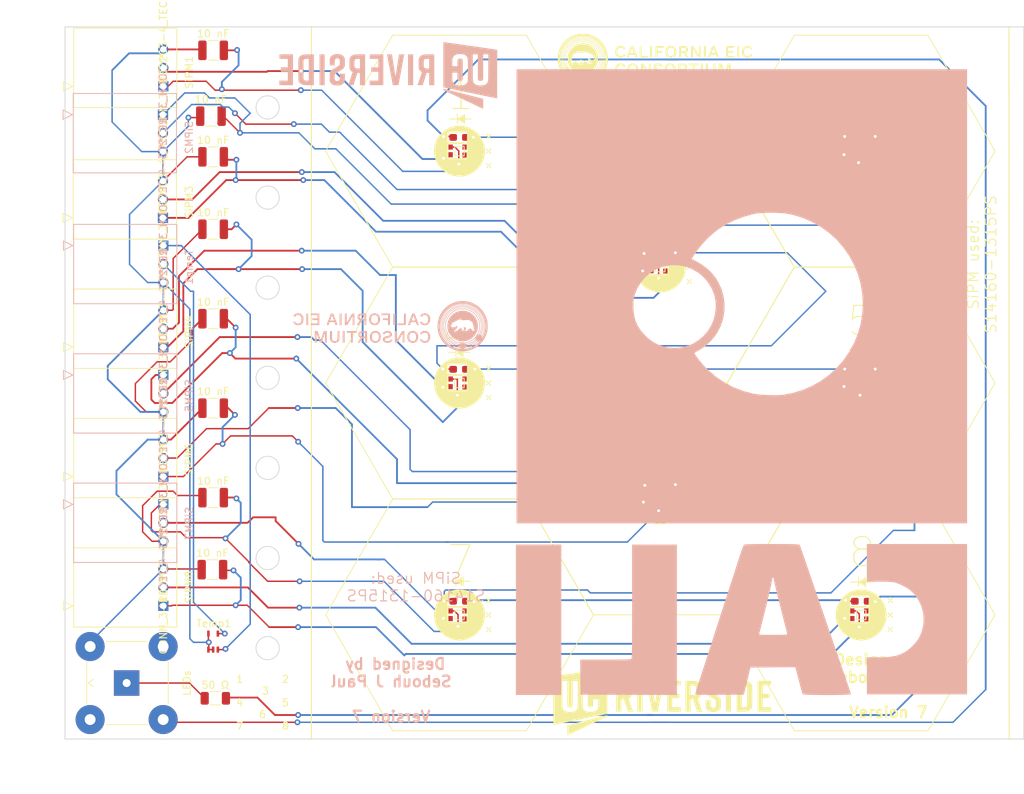
<source format=kicad_pcb>
(kicad_pcb (version 20211014) (generator pcbnew)
  (layers (0 "F.Cu" signal) (31 "B.Cu" signal) (34 "B.Paste" user) (35 "F.Paste" user) (36 "B.SilkS" user "B.Silkscreen") (37 "F.SilkS" user "F.Silkscreen") (38 "B.Mask" user) (39 "F.Mask" user) (44 "Edge.Cuts" user))
  (net 0 "")
  (footprint "Symbol:diode_direction" (layer "F.Cu") (at 127.6 93.5)
    (fp_text reference "REF**" hide)
    (fp_text value "diode_direction" hide)
  )
  (footprint "Capacitor_SMD:C_1210_3225Metric" (layer "F.Cu") (at 66 107.6)
    (fp_text reference "10 nF")
    (fp_text value "C_1210_3225Metric")
  )
  (footprint "Sensor:LM94021QBIMG-NOPB" (layer "F.Cu") (at 66.1 117.5)
    (fp_text reference "Temp1")
    (fp_text value "LM94021QBIMG-NOPB")
  )
  (footprint "Symbol:diode_direction" (layer "F.Cu") (at 99.9 77.7)
    (fp_text reference "REF**" hide)
    (fp_text value "diode_direction" hide)
  )
  (footprint "SiPM:S14160-1315PS_dimple_silkscreen" (layer "F.Cu") (at 100 50.01)
    (fp_text reference "REF**" hide)
    (fp_text value "S14160-3015PS")
  )
  (footprint "Resistor_SMD:R_1206_3216Metric" (layer "F.Cu") (at 66.4 125.3)
    (fp_text reference "50 Ω")
    (fp_text value "R_1206_3216Metric")
  )
  (footprint "Capacitor_SMD:C_1210_3225Metric" (layer "F.Cu") (at 65.8 45.2)
    (fp_text reference "10 nF")
    (fp_text value "C_1210_3225Metric")
  )
  (footprint "Symbol:diode_direction" (layer "F.Cu") (at 155.1 45.6)
    (fp_text reference "REF**" hide)
    (fp_text value "diode_direction" hide)
  )
  (footprint "Capacitor_SMD:C_1210_3225Metric" (layer "F.Cu") (at 66.1 36.145716)
    (fp_text reference "10 nF")
    (fp_text value "C_1210_3225Metric")
  )
  (footprint "LED_SMD:LED_0603_1608Metric_Pad1.05x0.95mm_HandSolder" (layer "F.Cu") (at 155.27 48.125)
    (fp_text reference "REF**" hide)
    (fp_text value "LED_0603_1608Metric_Pad1.05x0.95mm_HandSolder")
  )
  (footprint "AMPMODU:3-102203-4" (layer "F.Cu") (at 59.2 59.2 90)
    (fp_text reference "REF**")
    (fp_text value "CONN_3-102203-4_TEC")
  )
  (footprint "Symbol:diode_direction" (layer "F.Cu") (at 155.1 77.3)
    (fp_text reference "REF**" hide)
    (fp_text value "diode_direction" hide)
  )
  (footprint "SiPM:S14160-1315PS_dimple_silkscreen" (layer "F.Cu") (at 155.27 113.83)
    (fp_text reference "REF**" hide)
    (fp_text value "S14160-3015PS")
  )
  (footprint "LED_SMD:LED_0603_1608Metric_Pad1.05x0.95mm_HandSolder" (layer "F.Cu") (at 100 80.035)
    (fp_text reference "REF**" hide)
    (fp_text value "LED_0603_1608Metric_Pad1.05x0.95mm_HandSolder")
  )
  (footprint "Symbol:diode_direction" (layer "F.Cu") (at 155.3 109.3)
    (fp_text reference "REF**" hide)
    (fp_text value "diode_direction" hide)
  )
  (footprint "Connector_Coaxial:BNC_TEConnectivity_1478035_Horizontal" (layer "F.Cu") (at 54.2 123.2 90)
    (fp_text reference "LEDs")
    (fp_text value "BNC_TEConnectivity_1478035_Horizontal")
  )
  (footprint "SiPM:S14160-1315PS_dimple_silkscreen" (layer "F.Cu") (at 100 81.92)
    (fp_text reference "REF**" hide)
    (fp_text value "S14160-3015PS")
  )
  (footprint "Capacitor_SMD:C_1210_3225Metric" (layer "F.Cu") (at 66.1 73.072857)
    (fp_text reference "10 nF")
    (fp_text value "C_1210_3225Metric")
  )
  (footprint "Symbol:diode_direction" (layer "F.Cu") (at 100.1 45.6)
    (fp_text reference "REF**" hide)
    (fp_text value "diode_direction" hide)
  )
  (footprint "AMPMODU:3-102203-4" (layer "F.Cu") (at 59.2501 41.1 90)
    (fp_text reference "REF**")
    (fp_text value "CONN_3-102203-4_TEC")
  )
  (footprint "AMPMODU:3-102203-4" (layer "F.Cu") (at 59.2501 76.9875 90)
    (fp_text reference "REF**")
    (fp_text value "CONN_3-102203-4_TEC")
  )
  (footprint "LED_SMD:LED_0603_1608Metric_Pad1.05x0.95mm_HandSolder" (layer "F.Cu") (at 155.27 111.945)
    (fp_text reference "REF**" hide)
    (fp_text value "LED_0603_1608Metric_Pad1.05x0.95mm_HandSolder")
  )
  (footprint "LED_SMD:LED_0603_1608Metric_Pad1.05x0.95mm_HandSolder" (layer "F.Cu") (at 155.27 80.035)
    (fp_text reference "REF**" hide)
    (fp_text value "LED_0603_1608Metric_Pad1.05x0.95mm_HandSolder")
  )
  (footprint "SiPM:S14160-1315PS_dimple_silkscreen" (layer "F.Cu") (at 127.63 97.87)
    (fp_text reference "REF**" hide)
    (fp_text value "S14160-3015PS")
  )
  (footprint "Capacitor_SMD:C_1210_3225Metric" (layer "F.Cu") (at 66.1 60.76381)
    (fp_text reference "10 nF")
    (fp_text value "C_1210_3225Metric")
  )
  (footprint "Capacitor_SMD:C_1210_3225Metric" (layer "F.Cu") (at 66.1 50.8)
    (fp_text reference "10 nF")
    (fp_text value "C_1210_3225Metric")
  )
  (footprint "Symbol:diode_direction" (layer "F.Cu") (at 99.9 109.2)
    (fp_text reference "REF**" hide)
    (fp_text value "diode_direction" hide)
  )
  (footprint "SiPM:S14160-1315PS_dimple_silkscreen" (layer "F.Cu") (at 100 113.83)
    (fp_text reference "REF**" hide)
    (fp_text value "S14160-3015PS")
  )
  (footprint "SiPM:S14160-1315PS_dimple_silkscreen" (layer "F.Cu") (at 155.27 81.92)
    (fp_text reference "REF**" hide)
    (fp_text value "S14160-3015PS")
  )
  (footprint "SiPM:S14160-1315PS_dimple_silkscreen" (layer "F.Cu") (at 155.27 50.01)
    (fp_text reference "REF**" hide)
    (fp_text value "S14160-3015PS")
  )
  (footprint "LED_SMD:LED_0603_1608Metric_Pad1.05x0.95mm_HandSolder" (layer "F.Cu") (at 100 111.945)
    (fp_text reference "REF**" hide)
    (fp_text value "LED_0603_1608Metric_Pad1.05x0.95mm_HandSolder")
  )
  (footprint "LED_SMD:LED_0603_1608Metric_Pad1.05x0.95mm_HandSolder" (layer "F.Cu") (at 100 48.125)
    (fp_text reference "REF**" hide)
    (fp_text value "LED_0603_1608Metric_Pad1.05x0.95mm_HandSolder")
  )
  (footprint "Capacitor_SMD:C_1210_3225Metric" (layer "F.Cu") (at 66.1 85.381904)
    (fp_text reference "10 nF")
    (fp_text value "C_1210_3225Metric")
  )
  (footprint "AMPMODU:3-102203-4" (layer "F.Cu") (at 59.2501 94.7875 90)
    (fp_text reference "REF**")
    (fp_text value "CONN_3-102203-4_TEC")
  )
  (footprint "LED_SMD:LED_0603_1608Metric_Pad1.05x0.95mm_HandSolder" (layer "F.Cu") (at 127.63 95.985)
    (fp_text reference "REF**" hide)
    (fp_text value "LED_0603_1608Metric_Pad1.05x0.95mm_HandSolder")
  )
  (footprint "Symbol:consortium_logo_3cm" (layer "F.Cu") (at 126.578841 37.226467)
    (fp_text reference "G***" hide)
    (fp_text value "LOGO" hide)
  )
  (footprint "AMPMODU:3-102203-4" (layer "F.Cu") (at 59.2501 112.5875 90)
    (fp_text reference "REF**")
    (fp_text value "CONN_3-102203-4_TEC")
  )
  (footprint "Symbol:diode_direction" (layer "F.Cu") (at 127.4 61.6)
    (fp_text reference "REF**" hide)
    (fp_text value "diode_direction" hide)
  )
  (footprint "Capacitor_SMD:C_1210_3225Metric" (layer "F.Cu") (at 66.1 97.690951)
    (fp_text reference "10 nF")
    (fp_text value "C_1210_3225Metric")
  )
  (footprint "Symbol:UCR_Logo_3cm" (layer "F.Cu") (at 127.9 125.8)
    (fp_text reference "G***" hide)
    (fp_text value "LOGO" hide)
  )
  (footprint "SiPM:S14160-1315PS_dimple_silkscreen" (layer "F.Cu") (at 127.63 65.96)
    (fp_text reference "REF**" hide)
    (fp_text value "S14160-3015PS")
  )
  (footprint "LED_SMD:LED_0603_1608Metric_Pad1.05x0.95mm_HandSolder" (layer "F.Cu") (at 127.63 64.075)
    (fp_text reference "REF**" hide)
    (fp_text value "LED_0603_1608Metric_Pad1.05x0.95mm_HandSolder")
  )
  (footprint "AMPMODU:3-102203-4" (layer "B.Cu") (at 59.2501 80.8125 -90)
    (fp_text reference "REF**")
    (fp_text value "CONN_3-102203-4_TEC")
  )
  (footprint "AMPMODU:3-102203-4" (layer "B.Cu") (at 59.2 45 -90)
    (fp_text reference "REF**")
    (fp_text value "CONN_3-102203-4_TEC")
  )
  (footprint "AMPMODU:3-102203-4" (layer "B.Cu") (at 59.2501 98.6125 -90)
    (fp_text reference "REF**")
    (fp_text value "CONN_3-102203-4_TEC")
  )
  (footprint "AMPMODU:3-102203-4" (layer "B.Cu") (at 59.2501 63.0125 -90)
    (fp_text reference "REF**")
    (fp_text value "CONN_3-102203-4_TEC")
  )
  (footprint "Symbol:CALI_logo_7pt5cm" (layer "B.Cu") (at 138.515975 82.64706 180)
    (fp_text reference "G***" hide)
    (fp_text value "LOGO" hide)
  )
  (footprint "Symbol:consortium_logo_3cm" (layer "B.Cu") (at 90.821159 74.026467 180)
    (fp_text reference "G***" hide)
    (fp_text value "LOGO" hide)
  )
  (footprint "Symbol:UCR_Logo_3cm" (layer "B.Cu") (at 90.2 39.6 180)
    (fp_text reference "G***" hide)
    (fp_text value "LOGO" hide)
  )
  (gr_line (start 175.6 33) (end 175.64 130.8) (layer "F.SilkS") (width 0.15))
  (gr_line (start 79.63 32.92) (end 79.63 130.91) (layer "F.SilkS") (width 0.15))
  (gr_circle (center 73.6 56.4) (end 75.2 56.4) (layer "Edge.Cuts") (width 0.1) (fill none))
  (gr_circle (center 73.6 118.4) (end 75.2 118.4) (layer "Edge.Cuts") (width 0.1) (fill none))
  (gr_circle (center 73.6 106) (end 75.2 106) (layer "Edge.Cuts") (width 0.1) (fill none))
  (gr_rect (start 45.72 32.92) (end 177.64 130.91) (layer "Edge.Cuts") (width 0.1) (fill none))
  (gr_circle (center 73.6 68.8) (end 75.2 68.8) (layer "Edge.Cuts") (width 0.1) (fill none))
  (gr_circle (center 73.6 81.2) (end 75.2 81.2) (layer "Edge.Cuts") (width 0.1) (fill none))
  (gr_circle (center 73.6 93.6) (end 75.2 93.6) (layer "Edge.Cuts") (width 0.1) (fill none))
  (gr_circle (center 73.6 44) (end 75.2 44) (layer "Edge.Cuts") (width 0.1) (fill none))
  (gr_text "SiPM7" (at 62.8 101.221425 90) (layer "B.SilkS") (effects (font (size 1 1)) (justify mirror)))
  (gr_text "SiPM2\n" (at 62.8 48.121428 90) (layer "B.SilkS") (effects (font (size 1 1)) (justify mirror)))
  (gr_text "SiPM used:\nS14160-1315PS" (at 94 110) (layer "B.SilkS") (effects (font (size 1.5 1.5)) (justify mirror)))
  (gr_text "Designed by \nSebouh J Paul\n\nVersion 7" (at 90.6 124.2) (layer "B.SilkS") (effects (font (size 1.5 1.5) (thickness 0.3)) (justify mirror)))
  (gr_text "SiPM5" (at 62.8 83.664283 90) (layer "B.SilkS") (effects (font (size 1 1)) (justify mirror)))
  (gr_text "Temp1" (at 62.8 65.964284 90) (layer "B.SilkS") (effects (font (size 1 1)) (justify mirror)))
  (gr_text "SiPM6" (at 62.8 92.442854 90) (layer "F.SilkS") (effects (font (size 1 1))))
  (gr_text "SiPM used:\nS14160-1315PS" (at 171.9 65.6 90) (layer "F.SilkS") (effects (font (size 1.5 1.5))))
  (gr_text "4" (at 99.3 75.2) (layer "F.SilkS") (effects (font (size 4 4))))
  (gr_text "SiPM1" (at 62.8 39.2 90) (layer "F.SilkS") (effects (font (size 1 1))))
  (gr_text "1" (at 100.2 42.3) (layer "F.SilkS") (effects (font (size 4 4))))
  (gr_text "SiPM3" (at 62.8 57.042856 90) (layer "F.SilkS") (effects (font (size 1 1))))
  (gr_text "SiPM8" (at 62.8 110 90) (layer "F.SilkS") (effects (font (size 1 1))))
  (gr_text "7" (at 100.1 106.3) (layer "F.SilkS") (effects (font (size 4 4))))
  (gr_text "6" (at 128 90.4) (layer "F.SilkS") (effects (font (size 4 4))))
  (gr_text "2" (at 155.5 42.3) (layer "F.SilkS") (effects (font (size 4 4))))
  (gr_text "8" (at 155.4 105.2) (layer "F.SilkS") (effects (font (size 4 4))))
  (gr_text "SiPM4" (at 62.8 74.885712 90) (layer "F.SilkS") (effects (font (size 1 1))))
  (gr_text "Designed by \nSebouh J Paul\n\nVersion 7" (at 159 123.6) (layer "F.SilkS") (effects (font (size 1.5 1.5) (thickness 0.3))))
  (gr_text "3" (at 127.8 56.8) (layer "F.SilkS") (effects (font (size 4 4))))
  (gr_text "1       2\n    3   \n4       5\n    6    \n7       8" (at 72.9 125.9) (layer "F.SilkS") (effects (font (size 1 1))))
  (gr_text "5" (at 155.2 73.4) (layer "F.SilkS") (effects (font (size 4 4))))
  (segment (start 125.2 66.5) (end 126.3175 66.5) (width 0.25) (layer "F.Cu") (net 0))
  (segment (start 70.8 112.5) (end 73.8 115.5) (width 0.2) (layer "F.Cu") (net 0))
  (segment (start 60.4925 71.9075) (end 60.6 71.8) (width 0.2) (layer "F.Cu") (net 0))
  (segment (start 68.63619 60.76381) (end 67.575 60.76381) (width 0.25) (layer "F.Cu") (net 0))
  (segment (start 98.2375 51) (end 98.7275 50.51) (width 0.25) (layer "F.Cu") (net 0))
  (segment (start 97.7 82.5) (end 98.6475 82.5) (width 0.2) (layer "F.Cu") (net 0))
  (segment (start 70.877148 110.0475) (end 59.2501 110.0475) (width 0.25) (layer "F.Cu") (net 0))
  (segment (start 155 113.7) (end 155 115.5) (width 0.2) (layer "F.Cu") (net 0))
  (segment (start 157.075 48.125) (end 157.2 48) (width 0.2) (layer "F.Cu") (net 0))
  (segment (start 66.75 116.4) (end 67.7 116.4) (width 0.2) (layer "F.Cu") (net 0))
  (segment (start 62.0125 94.7875) (end 59.2501 94.7875) (width 0.2) (layer "F.Cu") (net 0))
  (segment (start 67.5 45.2) (end 67.275 45.2) (width 0.2) (layer "F.Cu") (net 0))
  (segment (start 57.6 84.2) (end 57.6 81.4) (width 0.25) (layer "F.Cu") (net 0))
  (segment (start 153.9675 114.3) (end 153.9975 114.33) (width 0.2) (layer "F.Cu") (net 0))
  (segment (start 77 89.2) (end 77.8 90) (width 0.2) (layer "F.Cu") (net 0))
  (segment (start 59.8125 76.9875) (end 59.2501 76.9875) (width 0.25) (layer "F.Cu") (net 0))
  (segment (start 57.6925 103.6925) (end 56.4 102.4) (width 0.2) (layer "F.Cu") (net 0))
  (segment (start 59.2501 41.1275) (end 59.8725 41.1275) (width 0.2) (layer "F.Cu") (net 0))
  (segment (start 154.58 113.28) (end 155 113.7) (width 0.2) (layer "F.Cu") (net 0))
  (segment (start 154.395 80.035) (end 153.035 80.035) (width 0.2) (layer "F.Cu") (net 0))
  (segment (start 102.065 80.035) (end 102.1 80) (width 0.2) (layer "F.Cu") (net 0))
  (segment (start 99.09 80) (end 99.125 80.035) (width 0.2) (layer "F.Cu") (net 0))
  (segment (start 68.4 77.8) (end 69.158932 78.558932) (width 0.25) (layer "F.Cu") (net 0))
  (segment (start 59.296884 103.2) (end 59.2701 103.173216) (width 0.2) (layer "F.Cu") (net 0))
  (segment (start 78.2 39) (end 73.6 39) (width 0.25) (layer "F.Cu") (net 0))
  (segment (start 64.499284 36.02) (end 64.625 36.145716) (width 0.25) (layer "F.Cu") (net 0))
  (segment (start 126.3575 97.32) (end 126.72 97.32) (width 0.2) (layer "F.Cu") (net 0))
  (segment (start 99.7 81.4) (end 99.7 83.6) (width 0.2) (layer "F.Cu") (net 0))
  (segment (start 66.75 118.6) (end 67.7 118.6) (width 0.2) (layer "F.Cu") (net 0))
  (segment (start 152.92 82.42) (end 152.9 82.4) (width 0.2) (layer "F.Cu") (net 0))
  (segment (start 69.3 60.1) (end 68.63619 60.76381) (width 0.25) (layer "F.Cu") (net 0))
  (segment (start 67.575 107.7) (end 67.475 107.6) (width 0.2) (layer "F.Cu") (net 0))
  (segment (start 59.2501 94.7875) (end 59.2501 95.4501) (width 0.2) (layer "F.Cu") (net 0))
  (segment (start 65.45 117.55) (end 65.5 117.6) (width 0.2) (layer "F.Cu") (net 0))
  (segment (start 56.4 98.8) (end 58.4 96.8) (width 0.2) (layer "F.Cu") (net 0))
  (segment (start 126.72 97.32) (end 127.5 98.1) (width 0.2) (layer "F.Cu") (net 0))
  (segment (start 60.3875 112.5875) (end 60.475 112.5) (width 0.2) (layer "F.Cu") (net 0))
  (segment (start 62.4 103.2) (end 61.6 102.4) (width 0.2) (layer "F.Cu") (net 0))
  (segment (start 70.8475 101.1525) (end 59.2501 101.1525) (width 0.25) (layer "F.Cu") (net 0))
  (segment (start 99.28 113.28) (end 99.8 113.8) (width 0.2) (layer "F.Cu") (net 0))
  (segment (start 67.975 51.2) (end 67.575 50.8) (width 0.25) (layer "F.Cu") (net 0))
  (segment (start 155.1 81.9) (end 155.1 83.6) (width 0.2) (layer "F.Cu") (net 0))
  (segment (start 153.9975 82.42) (end 152.92 82.42) (width 0.2) (layer "F.Cu") (net 0))
  (segment (start 65.45 118.6) (end 66.1 118.6) (width 0.2) (layer "F.Cu") (net 0))
  (segment (start 67.0026 75.6) (end 77.7 75.6) (width 0.25) (layer "F.Cu") (net 0))
  (segment (start 78.34821 66.25179) (end 65.45179 66.25179) (width 0.25) (layer "F.Cu") (net 0))
  (segment (start 125.3 98.3) (end 126.2875 98.3) (width 0.2) (layer "F.Cu") (net 0))
  (segment (start 67.972857 73.072857) (end 67.575 73.072857) (width 0.25) (layer "F.Cu") (net 0))
  (segment (start 97.8 51) (end 98.2375 51) (width 0.25) (layer "F.Cu") (net 0))
  (segment (start 67.4 90.3) (end 66.5 90.3) (width 0.2) (layer "F.Cu") (net 0))
  (segment (start 156.145 48.125) (end 157.075 48.125) (width 0.2) (layer "F.Cu") (net 0))
  (segment (start 97.9 111.9) (end 99.08 111.9) (width 0.2) (layer "F.Cu") (net 0))
  (segment (start 78.3 52.9) (end 67 52.9) (width 0.25) (layer "F.Cu") (net 0))
  (segment (start 156.2 112) (end 156.145 111.945) (width 0.25) (layer "F.Cu") (net 0))
  (segment (start 154.96 49.46) (end 155.1 49.6) (width 0.2) (layer "F.Cu") (net 0))
  (segment (start 59.2501 83.3525) (end 67.0026 75.6) (width 0.25) (layer "F.Cu") (net 0))
  (segment (start 57.6 102.2) (end 57.6 99.8) (width 0.2) (layer "F.Cu") (net 0))
  (segment (start 57.6 99.8) (end 58.7875 98.6125) (width 0.2) (layer "F.Cu") (net 0))
  (segment (start 59.8725 41.1275) (end 60.6 40.4) (width 0.2) (layer "F.Cu") (net 0))
  (segment (start 61.4 73.6) (end 60.5525 74.4475) (width 0.25) (layer "F.Cu") (net 0))
  (segment (start 99.67 81.37) (end 99.7 81.4) (width 0.2) (layer "F.Cu") (net 0))
  (segment (start 61.1525 92.2475) (end 65.2 88.2) (width 0.2) (layer "F.Cu") (net 0))
  (segment (start 153.9875 50.5) (end 153.9975 50.51) (width 0.2) (layer "F.Cu") (net 0))
  (segment (start 98.6475 82.5) (end 98.7275 82.42) (width 0.2) (layer "F.Cu") (net 0))
  (segment (start 157.2 112) (end 156.2 112) (width 0.25) (layer "F.Cu") (net 0))
  (segment (start 61.4 67.2) (end 61.4 73.6) (width 0.25) (layer "F.Cu") (net 0))
  (segment (start 57.6 81.4) (end 58.1875 80.8125) (width 0.25) (layer "F.Cu") (net 0))
  (segment (start 55.4 82) (end 55.4 84.4) (width 0.2) (layer "F.Cu") (net 0))
  (segment (start 73.6 39) (end 73.502494 39.097506) (width 0.25) (layer "F.Cu") (net 0))
  (segment (start 64.625 73.072857) (end 63.2 74.497857) (width 0.25) (layer "F.Cu") (net 0))
  (segment (start 67.8625 125.3) (end 67.9625 125.2) (width 0.25) (layer "F.Cu") (net 0))
  (segment (start 71.6 100.4) (end 70.8475 101.1525) (width 0.25) (layer "F.Cu") (net 0))
  (segment (start 70.919772 88.2) (end 73.759886 85.359886) (width 0.2) (layer "F.Cu") (net 0))
  (segment (start 61.6 102.4) (end 57.8 102.4) (width 0.2) (layer "F.Cu") (net 0))
  (segment (start 97.8 48) (end 99 48) (width 0.25) (layer "F.Cu") (net 0))
  (segment (start 127.29 65.41) (end 126.3575 65.41) (width 0.2) (layer "F.Cu") (net 0))
  (segment (start 60.6 71.8) (end 60.6 64.78881) (width 0.2) (layer "F.Cu") (net 0))
  (segment (start 69.158932 78.558932) (end 77.541068 78.558932) (width 0.25) (layer "F.Cu") (net 0))
  (segment (start 58.65 128.6) (end 77.7 128.6) (width 0.2) (layer "F.Cu") (net 0))
  (segment (start 77.740114 85.359886) (end 73.759886 85.359886) (width 0.25) (layer "F.Cu") (net 0))
  (segment (start 155.1 51.4) (end 154.9 51.6) (width 0.2) (layer "F.Cu") (net 0))
  (segment (start 59.2501 36.02) (end 64.499284 36.02) (width 0.25) (layer "F.Cu") (net 0))
  (segment (start 153.9975 81.37) (end 154.57 81.37) (width 0.2) (layer "F.Cu") (net 0))
  (segment (start 68.5 89.2) (end 77 89.2) (width 0.2) (layer "F.Cu") (net 0))
  (segment (start 62.7 45.4) (end 64.125 45.4) (width 0.2) (layer "F.Cu") (net 0))
  (segment (start 126.74 96) (end 126.755 95.985) (width 0.2) (layer "F.Cu") (net 0))
  (segment (start 65.14 40.4) (end 66.37 41.63) (width 0.2) (layer "F.Cu") (net 0))
  (segment (start 67 52.9) (end 63.24 56.66) (width 0.25) (layer "F.Cu") (net 0))
  (segment (start 61.2 97.4) (end 64.334049 97.4) (width 0.2) (layer "F.Cu") (net 0))
  (segment (start 152.9 50.5) (end 153.9875 50.5) (width 0.2) (layer "F.Cu") (net 0))
  (segment (start 60.2 79) (end 63.2 76) (width 0.2) (layer "F.Cu") (net 0))
  (segment (start 67.7 103.2) (end 62.4 103.2) (width 0.2) (layer "F.Cu") (net 0))
  (segment (start 63.94821 66.25179) (end 62 68.2) (width 0.25) (layer "F.Cu") (net 0))
  (segment (start 129.615 95.985) (end 129.7 95.9) (width 0.2) (layer "F.Cu") (net 0))
  (segment (start 67.8 103.3) (end 71 106.5) (width 0.2) (layer "F.Cu") (net 0))
  (segment (start 62.8375 123.2) (end 64.8375 125.2) (width 0.2) (layer "F.Cu") (net 0))
  (segment (start 67.575 36.145716) (end 69.354284 36.145716) (width 0.25) (layer "F.Cu") (net 0))
  (segment (start 60.6 40.4) (end 65.14 40.4) (width 0.2) (layer "F.Cu") (net 0))
  (segment (start 58.4 79) (end 55.4 82) (width 0.2) (layer "F.Cu") (net 0))
  (segment (start 67.7 118.6) (end 67.8 118.5) (width 0.2) (layer "F.Cu") (net 0))
  (segment (start 62.52 50.8) (end 64.625 50.8) (width 0.2) (layer "F.Cu") (net 0))
  (segment (start 59.2501 71.9075) (end 60.4925 71.9075) (width 0.2) (layer "F.Cu") (net 0))
  (segment (start 60.475 112.5) (end 70.8 112.5) (width 0.2) (layer "F.Cu") (net 0))
  (segment (start 65.2 88.2) (end 70.919772 88.2) (width 0.2) (layer "F.Cu") (net 0))
  (segment (start 67.8 103.3) (end 67.7 103.2) (width 0.2) (layer "F.Cu") (net 0))
  (segment (start 64.4325 107.5075) (end 64.525 107.6) (width 0.2) (layer "F.Cu") (net 0))
  (segment (start 78.28821 63.71179) (end 64.88821 63.71179) (width 0.25) (layer "F.Cu") (net 0))
  (segment (start 58.4 96.8) (end 60.6 96.8) (width 0.2) (layer "F.Cu") (net 0))
  (segment (start 68.181904 85.381904) (end 67.575 85.381904) (width 0.25) (layer "F.Cu") (net 0))
  (segment (start 99.9 51.8) (end 99.9 50) (width 0.2) (layer "F.Cu") (net 0))
  (segment (start 153 114.3) (end 153.9675 114.3) (width 0.2) (layer "F.Cu") (net 0))
  (segment (start 69.2 54) (end 67.9 54) (width 0.25) (layer "F.Cu") (net 0))
  (segment (start 67.4 90.3) (end 68.5 89.2) (width 0.2) (layer "F.Cu") (net 0))
  (segment (start 62 68.2) (end 62 74.8) (width 0.25) (layer "F.Cu") (net 0))
  (segment (start 126.73 64.1) (end 126.755 64.075) (width 0.2) (layer "F.Cu") (net 0))
  (segment (start 73.799648 115.51) (end 77.79 115.51) (width 0.25) (layer "F.Cu") (net 0))
  (segment (start 63.2 74.497857) (end 63.2 76) (width 0.25) (layer "F.Cu") (net 0))
  (segment (start 77.85 104.05) (end 74.7 100.9) (width 0.25) (layer "F.Cu") (net 0))
  (segment (start 97.83 114.33) (end 97.8 114.3) (width 0.2) (layer "F.Cu") (net 0))
  (segment (start 57.8 102.4) (end 57.6 102.2) (width 0.2) (layer "F.Cu") (net 0))
  (segment (start 99.08 111.9) (end 99.125 111.945) (width 0.2) (layer "F.Cu") (net 0))
  (segment (start 60.5525 74.4475) (end 59.2501 74.4475) (width 0.25) (layer "F.Cu") (net 0))
  (segment (start 153.245 111.945) (end 153.1 111.8) (width 0.2) (layer "F.Cu") (net 0))
  (segment (start 66.37 41.63) (end 78.17 41.63) (width 0.2) (layer "F.Cu") (net 0))
  (segment (start 56.4 102.4) (end 56.4 98.8) (width 0.2) (layer "F.Cu") (net 0))
  (segment (start 100.875 48.125) (end 101.875 48.125) (width 0.2) (layer "F.Cu") (net 0))
  (segment (start 59.2501 92.2475) (end 61.1525 92.2475) (width 0.2) (layer "F.Cu") (net 0))
  (segment (start 154.395 48.125) (end 153.125 48.125) (width 0.2) (layer "F.Cu") (net 0))
  (segment (start 69.3 51.2) (end 67.975 51.2) (width 0.25) (layer "F.Cu") (net 0))
  (segment (start 66.75 44) (end 67.5 44) (width 0.2) (layer "F.Cu") (net 0))
  (segment (start 67.9625 125.2) (end 72.2 125.2) (width 0.25) (layer "F.Cu") (net 0))
  (segment (start 156.145 80.035) (end 157.165 80.035) (width 0.2) (layer "F.Cu") (net 0))
  (segment (start 58.7875 98.6125) (end 59.2501 98.6125) (width 0.2) (layer "F.Cu") (net 0))
  (segment (start 98.7275 114.33) (end 97.83 114.33) (width 0.2) (layer "F.Cu") (net 0))
  (segment (start 64.88821 63.71179) (end 61.4 67.2) (width 0.25) (layer "F.Cu") (net 0))
  (segment (start 60.2 79) (end 58.4 79) (width 0.2) (layer "F.Cu") (net 0))
  (segment (start 72.2 125.2) (end 74.6 127.6) (width 0.25) (layer "F.Cu") (net 0))
  (segment (start 99.36 49.46) (end 98.7275 49.46) (width 0.2) (layer "F.Cu") (net 0))
  (segment (start 99.9 50) (end 99.36 49.46) (width 0.2) (layer "F.Cu") (net 0))
  (segment (start 70.6 46.3) (end 77.2 46.3) (width 0.2) (layer "F.Cu") (net 0))
  (segment (start 61.4075 107.5075) (end 64.4325 107.5075) (width 0.2) (layer "F.Cu") (net 0))
  (segment (start 67.3426 77.8) (end 60.4713 84.6713) (width 0.25) (layer "F.Cu") (net 0))
  (segment (start 69.1 86.3) (end 68.181904 85.381904) (width 0.25) (layer "F.Cu") (net 0))
  (segment (start 154.395 111.945) (end 153.245 111.945) (width 0.2) (layer "F.Cu") (net 0))
  (segment (start 64.334049 97.4) (end 64.722619 97.78857) (width 0.2) (layer "F.Cu") (net 0))
  (segment (start 77.969648 112.830352) (end 73.66 112.830352) (width 0.25) (layer "F.Cu") (net 0))
  (segment (start 65.5 117.6) (end 65.5 118.55) (width 0.2) (layer "F.Cu") (net 0))
  (segment (start 99.8 113.8) (end 99.8 115.4) (width 0.2) (layer "F.Cu") (net 0))
  (segment (start 63.24 56.66) (end 59.2 56.66) (width 0.25) (layer "F.Cu") (net 0))
  (segment (start 60.299404 89.7075) (end 64.570716 85.436188) (width 0.25) (layer "F.Cu") (net 0))
  (segment (start 153.125 48.125) (end 153 48) (width 0.2) (layer "F.Cu") (net 0))
  (segment (start 62 74.8) (end 59.8125 76.9875) (width 0.25) (layer "F.Cu") (net 0))
  (segment (start 126.3175 66.5) (end 126.3575 66.46) (width 0.25) (layer "F.Cu") (net 0))
  (segment (start 65.5 118.55) (end 65.45 118.6) (width 0.2) (layer "F.Cu") (net 0))
  (segment (start 67.592621 97.67333) (end 67.575 97.690951) (width 0.25) (layer "F.Cu") (net 0))
  (segment (start 56.8925 85.8925) (end 59.2501 85.8925) (width 0.2) (layer "F.Cu") (net 0))
  (segment (start 74.6 127.6) (end 77.8 127.6) (width 0.25) (layer "F.Cu") (net 0))
  (segment (start 69.2 74.3) (end 67.972857 73.072857) (width 0.25) (layer "F.Cu") (net 0))
  (segment (start 157.165 80.035) (end 157.2 80) (width 0.2) (layer "F.Cu") (net 0))
  (segment (start 125.4 64.1) (end 126.73 64.1) (width 0.2) (layer "F.Cu") (net 0))
  (segment (start 97.7 80) (end 99.09 80) (width 0.2) (layer "F.Cu") (net 0))
  (segment (start 101.945 111.945) (end 102 112) (width 0.2) (layer "F.Cu") (net 0))
  (segment (start 58.0713 84.6713) (end 57.6 84.2) (width 0.25) (layer "F.Cu") (net 0))
  (segment (start 69.6 66.25179) (end 63.94821 66.25179) (width 0.25) (layer "F.Cu") (net 0))
  (segment (start 69.354284 36.145716) (end 69.4 36.1) (width 0.25) (layer "F.Cu") (net 0))
  (segment (start 69.8 47.5) (end 67.5 45.2) (width 0.2) (layer "F.Cu") (net 0))
  (segment (start 128.505 95.985) (end 129.615 95.985) (width 0.2) (layer "F.Cu") (net 0))
  (segment (start 59.2501 112.5875) (end 60.3875 112.5875) (width 0.2) (layer "F.Cu") (net 0))
  (segment (start 153.9975 113.28) (end 154.58 113.28) (width 0.2) (layer "F.Cu") (net 0))
  (segment (start 128.505 64.075) (end 129.625 64.075) (width 0.2) (layer "F.Cu") (net 0))
  (segment (start 153.035 80.035) (end 153 80) (width 0.2) (layer "F.Cu") (net 0))
  (segment (start 100.875 111.945) (end 101.945 111.945) (width 0.2) (layer "F.Cu") (net 0))
  (segment (start 98.7275 81.37) (end 99.67 81.37) (width 0.2) (layer "F.Cu") (net 0))
  (segment (start 73.6 109.2) (end 78 109.2) (width 0.2) (layer "F.Cu") (net 0))
  (segment (start 155.1 49.6) (end 155.1 51.4) (width 0.2) (layer "F.Cu") (net 0))
  (segment (start 69.17333 97.67333) (end 67.592621 97.67333) (width 0.25) (layer "F.Cu") (net 0))
  (segment (start 74.7 100.9) (end 74.7 100.4) (width 0.25) (layer "F.Cu") (net 0))
  (segment (start 127.5 99.4) (end 127.4 99.5) (width 0.2) (layer "F.Cu") (net 0))
  (segment (start 99 48) (end 99.125 48.125) (width 0.25) (layer "F.Cu") (net 0))
  (segment (start 98.7275 113.28) (end 99.28 113.28) (width 0.2) (layer "F.Cu") (net 0))
  (segment (start 59.2 54.12) (end 62.52 50.8) (width 0.2) (layer "F.Cu") (net 0))
  (segment (start 64.125 45.4) (end 64.325 45.2) (width 0.2) (layer "F.Cu") (net 0))
  (segment (start 127.3 65.4) (end 127.29 65.41) (width 0.2) (layer "F.Cu") (net 0))
  (segment (start 60.6 64.78881) (end 64.625 60.76381) (width 0.2) (layer "F.Cu") (net 0))
  (segment (start 73.66 112.830352) (end 70.877148 110.0475) (width 0.25) (layer "F.Cu") (net 0))
  (segment (start 59.2501 103.6925) (end 57.6925 103.6925) (width 0.2) (layer "F.Cu") (net 0))
  (segment (start 74.7 100.4) (end 71.6 100.4) (width 0.25) (layer "F.Cu") (net 0))
  (segment (start 154.57 81.37) (end 155.1 81.9) (width 0.2) (layer "F.Cu") (net 0))
  (segment (start 127.5 98.1) (end 127.5 99.4) (width 0.2) (layer "F.Cu") (net 0))
  (segment (start 100.875 80.035) (end 102.065 80.035) (width 0.2) (layer "F.Cu") (net 0))
  (segment (start 129.625 64.075) (end 129.7 64) (width 0.2) (layer "F.Cu") (net 0))
  (segment (start 69.1 44.8) (end 70.6 46.3) (width 0.2) (layer "F.Cu") (net 0))
  (segment (start 66.75 46.2) (end 67.6 46.2) (width 0.2) (layer "F.Cu") (net 0))
  (segment (start 65.45 116.4) (end 65.45 117.55) (width 0.2) (layer "F.Cu") (net 0))
  (segment (start 126.2875 98.3) (end 126.3575 98.37) (width 0.2) (layer "F.Cu") (net 0))
  (segment (start 127.4 65.5) (end 127.3 65.4) (width 0.2) (layer "F.Cu") (net 0))
  (segment (start 62.7 59.2) (end 59.2 59.2) (width 0.25) (layer "F.Cu") (net 0))
  (segment (start 101.875 48.125) (end 101.9 48.1) (width 0.2) (layer "F.Cu") (net 0))
  (segment (start 59.2501 107.5075) (end 61.4075 107.5075) (width 0.2) (layer "F.Cu") (net 0))
  (segment (start 68.9 107.7) (end 67.575 107.7) (width 0.2) (layer "F.Cu") (net 0))
  (segment (start 69.2 54) (end 78.5 54) (width 0.25) (layer "F.Cu") (net 0))
  (segment (start 71 106.6) (end 73.6 109.2) (width 0.2) (layer "F.Cu") (net 0))
  (segment (start 59.2501 89.7075) (end 60.299404 89.7075) (width 0.25) (layer "F.Cu") (net 0))
  (segment (start 125.5 96) (end 126.74 96) (width 0.2) (layer "F.Cu") (net 0))
  (segment (start 68.4 77.8) (end 67.3426 77.8) (width 0.25) (layer "F.Cu") (net 0))
  (segment (start 127.4 67.5) (end 127.4 65.5) (width 0.2) (layer "F.Cu") (net 0))
  (segment (start 71 106.5) (end 71 106.6) (width 0.2) (layer "F.Cu") (net 0))
  (segment (start 67.9 54) (end 62.7 59.2) (width 0.25) (layer "F.Cu") (net 0))
  (segment (start 69.3 97.8) (end 69.17333 97.67333) (width 0.25) (layer "F.Cu") (net 0))
  (segment (start 58.1875 80.8125) (end 59.2501 80.8125) (width 0.25) (layer "F.Cu") (net 0))
  (segment (start 55.4 84.4) (end 56.8925 85.8925) (width 0.2) (layer "F.Cu") (net 0))
  (segment (start 153.9975 49.46) (end 154.96 49.46) (width 0.2) (layer "F.Cu") (net 0))
  (segment (start 66.5 90.3) (end 62.0125 94.7875) (width 0.2) (layer "F.Cu") (net 0))
  (segment (start 54.2 123.2) (end 62.8375 123.2) (width 0.2) (layer "F.Cu") (net 0))
  (segment (start 73.502494 39.097506) (end 59.2701 39.097506) (width 0.25) (layer "F.Cu") (net 0))
  (segment (start 60.6 96.8) (end 61.2 97.4) (width 0.2) (layer "F.Cu") (net 0))
  (segment (start 60.4713 84.6713) (end 58.0713 84.6713) (width 0.25) (layer "F.Cu") (net 0))
  (via (at 69.3 51.2) (size 0.8) (drill 0.4) (layers "F.Cu" "B.Cu") (net 0))
  (via (at 78.17 41.63) (size 0.8) (drill 0.4) (layers "F.Cu" "B.Cu") (net 0))
  (via (at 77.740114 85.359886) (size 0.8) (drill 0.4) (layers "F.Cu" "B.Cu") (net 0))
  (via (at 69.1 44.8) (size 0.8) (drill 0.4) (layers "F.Cu" "B.Cu") (net 0))
  (via (at 69.2 54) (size 0.8) (drill 0.4) (layers "F.Cu" "B.Cu") (net 0))
  (via (at 97.8 51) (size 0.8) (drill 0.4) (layers "F.Cu" "B.Cu") (net 0))
  (via (at 153.1 111.8) (size 0.8) (drill 0.4) (layers "F.Cu" "B.Cu") (net 0))
  (via (at 78.5 54) (size 0.8) (drill 0.4) (layers "F.Cu" "B.Cu") (net 0))
  (via (at 154.9 51.6) (size 0.8) (drill 0.4) (layers "F.Cu" "B.Cu") (net 0))
  (via (at 99.8 115.4) (size 0.8) (drill 0.4) (layers "F.Cu" "B.Cu") (net 0))
  (via (at 97.8 48) (size 0.8) (drill 0.4) (layers "F.Cu" "B.Cu") (net 0))
  (via (at 157.2 112) (size 0.8) (drill 0.4) (layers "F.Cu" "B.Cu") (net 0))
  (via (at 127.4 99.5) (size 0.8) (drill 0.4) (layers "F.Cu" "B.Cu") (net 0))
  (via (at 127.4 67.5) (size 0.8) (drill 0.4) (layers "F.Cu" "B.Cu") (net 0))
  (via (at 67.8 118.5) (size 0.8) (drill 0.4) (layers "F.Cu" "B.Cu") (net 0))
  (via (at 99.9 51.8) (size 0.8) (drill 0.4) (layers "F.Cu" "B.Cu") (net 0))
  (via (at 78.2 39) (size 0.8) (drill 0.4) (layers "F.Cu" "B.Cu") (net 0))
  (via (at 97.7 82.5) (size 0.8) (drill 0.4) (layers "F.Cu" "B.Cu") (net 0))
  (via (at 65.5 117.6) (size 0.8) (drill 0.4) (layers "F.Cu" "B.Cu") (net 0))
  (via (at 157.2 48) (size 0.8) (drill 0.4) (layers "F.Cu" "B.Cu") (net 0))
  (via (at 125.5 96) (size 0.8) (drill 0.4) (layers "F.Cu" "B.Cu") (net 0))
  (via (at 67.4 90.3) (size 0.8) (drill 0.4) (layers "F.Cu" "B.Cu") (net 0))
  (via (at 67.3 41.5) (size 0.8) (drill 0.4) (layers "F.Cu" "B.Cu") (net 0))
  (via (at 125.4 64.1) (size 0.8) (drill 0.4) (layers "F.Cu" "B.Cu") (net 0))
  (via (at 77.79 115.51) (size 0.8) (drill 0.4) (layers "F.Cu" "B.Cu") (net 0))
  (via (at 69.1 86.3) (size 0.8) (drill 0.4) (layers "F.Cu" "B.Cu") (net 0))
  (via (at 153 48) (size 0.8) (drill 0.4) (layers "F.Cu" "B.Cu") (net 0))
  (via (at 99.7 83.6) (size 0.8) (drill 0.4) (layers "F.Cu" "B.Cu") (net 0))
  (via (at 77.969648 112.830352) (size 0.8) (drill 0.4) (layers "F.Cu" "B.Cu") (net 0))
  (via (at 97.8 114.3) (size 0.8) (drill 0.4) (layers "F.Cu" "B.Cu") (net 0))
  (via (at 153 80) (size 0.8) (drill 0.4) (layers "F.Cu" "B.Cu") (net 0))
  (via (at 77.8 90) (size 0.8) (drill 0.4) (layers "F.Cu" "B.Cu") (net 0))
  (via (at 97.7 80) (size 0.8) (drill 0.4) (layers "F.Cu" "B.Cu") (net 0))
  (via (at 102 112) (size 0.8) (drill 0.4) (layers "F.Cu" "B.Cu") (net 0))
  (via (at 69.2 74.3) (size 0.8) (drill 0.4) (layers "F.Cu" "B.Cu") (net 0))
  (via (at 78.34821 66.25179) (size 0.8) (drill 0.4) (layers "F.Cu" "B.Cu") (net 0))
  (via (at 69.6 66.25179) (size 0.8) (drill 0.4) (layers "F.Cu" "B.Cu") (net 0))
  (via (at 77.7 75.6) (size 0.8) (drill 0.4) (layers "F.Cu" "B.Cu") (net 0))
  (via (at 77.2 46.3) (size 0.8) (drill 0.4) (layers "F.Cu" "B.Cu") (net 0))
  (via (at 97.9 111.9) (size 0.8) (drill 0.4) (layers "F.Cu" "B.Cu") (net 0))
  (via (at 129.7 95.9) (size 0.8) (drill 0.4) (layers "F.Cu" "B.Cu") (net 0))
  (via (at 78 109.2) (size 0.8) (drill 0.4) (layers "F.Cu" "B.Cu") (net 0))
  (via (at 67.7 116.4) (size 0.8) (drill 0.4) (layers "F.Cu" "B.Cu") (net 0))
  (via (at 69.4 36.1) (size 0.8) (drill 0.4) (layers "F.Cu" "B.Cu") (net 0))
  (via (at 77.8 127.6) (size 0.8) (drill 0.4) (layers "F.Cu" "B.Cu") (net 0))
  (via (at 129.7 64) (size 0.8) (drill 0.4) (layers "F.Cu" "B.Cu") (net 0))
  (via (at 78.3 52.9) (size 0.8) (drill 0.4) (layers "F.Cu" "B.Cu") (net 0))
  (via (at 77.541068 78.558932) (size 0.8) (drill 0.4) (layers "F.Cu" "B.Cu") (net 0))
  (via (at 102.1 80) (size 0.8) (drill 0.4) (layers "F.Cu" "B.Cu") (net 0))
  (via (at 155.1 83.6) (size 0.8) (drill 0.4) (layers "F.Cu" "B.Cu") (net 0))
  (via (at 69.3 60.1) (size 0.8) (drill 0.4) (layers "F.Cu" "B.Cu") (net 0))
  (via (at 67.8 103.3) (size 0.8) (drill 0.4) (layers "F.Cu" "B.Cu") (net 0))
  (via (at 77.85 104.05) (size 0.8) (drill 0.4) (layers "F.Cu" "B.Cu") (net 0))
  (via (at 78.28821 63.71179) (size 0.8) (drill 0.4) (layers "F.Cu" "B.Cu") (net 0))
  (via (at 68.4 77.8) (size 0.8) (drill 0.4) (layers "F.Cu" "B.Cu") (net 0))
  (via (at 152.9 82.4) (size 0.8) (drill 0.4) (layers "F.Cu" "B.Cu") (net 0))
  (via (at 68.9 107.7) (size 0.8) (drill 0.4) (layers "F.Cu" "B.Cu") (net 0))
  (via (at 153 114.3) (size 0.8) (drill 0.4) (layers "F.Cu" "B.Cu") (net 0))
  (via (at 125.3 98.3) (size 0.8) (drill 0.4) (layers "F.Cu" "B.Cu") (net 0))
  (via (at 62.7 45.4) (size 0.8) (drill 0.4) (layers "F.Cu" "B.Cu") (net 0))
  (via (at 77.7 128.6) (size 0.8) (drill 0.4) (layers "F.Cu" "B.Cu") (net 0))
  (via (at 157.2 80) (size 0.8) (drill 0.4) (layers "F.Cu" "B.Cu") (net 0))
  (via (at 101.9 48.1) (size 0.8) (drill 0.4) (layers "F.Cu" "B.Cu") (net 0))
  (via (at 69.2 112.5) (size 0.8) (drill 0.4) (layers "F.Cu" "B.Cu") (net 0))
  (via (at 155 115.5) (size 0.8) (drill 0.4) (layers "F.Cu" "B.Cu") (net 0))
  (via (at 125.2 66.5) (size 0.8) (drill 0.4) (layers "F.Cu" "B.Cu") (net 0))
  (via (at 69.3 97.8) (size 0.8) (drill 0.4) (layers "F.Cu" "B.Cu") (net 0))
  (via (at 152.9 50.5) (size 0.8) (drill 0.4) (layers "F.Cu" "B.Cu") (net 0))
  (via (at 69.8 47.5) (size 0.8) (drill 0.4) (layers "F.Cu" "B.Cu") (net 0))
  (segment (start 63.14 43.6) (end 59.2 47.54) (width 0.2) (layer "B.Cu") (net 0))
  (segment (start 69.9 111.8) (end 69.9 108.7) (width 0.25) (layer "B.Cu") (net 0))
  (segment (start 80.018932 76.018932) (end 80.881068 76.018932) (width 0.25) (layer "B.Cu") (net 0))
  (segment (start 71.4 64.45179) (end 69.6 66.25179) (width 0.25) (layer "B.Cu") (net 0))
  (segment (start 69.9 108.7) (end 68.9 107.7) (width 0.25) (layer "B.Cu") (net 0))
  (segment (start 157.9 111.3) (end 163.6 111.3) (width 0.25) (layer "B.Cu") (net 0))
  (segment (start 98.2 103.8) (end 123.1 103.8) (width 0.2) (layer "B.Cu") (net 0))
  (segment (start 91.24 67.06) (end 89.06 67.06) (width 0.25) (layer "B.Cu") (net 0))
  (segment (start 92.4 119.4) (end 88.51 115.51) (width 0.25) (layer "B.Cu") (net 0))
  (segment (start 114.8 70.2) (end 105.7 61.1) (width 0.25) (layer "B.Cu") (net 0))
  (segment (start 96.3 98.3) (end 95.6 99) (width 0.2) (layer "B.Cu") (net 0))
  (segment (start 57.0925 68.0925) (end 59.2501 68.0925) (width 0.2) (layer "B.Cu") (net 0))
  (segment (start 159.7 102.2) (end 162.6 102.2) (width 0.2) (layer "B.Cu") (net 0))
  (segment (start 69.8 46.2) (end 71.2 44.8) (width 0.2) (layer "B.Cu") (net 0))
  (segment (start 156.1 88.3) (end 156.1 84.6) (width 0.25) (layer "B.Cu") (net 0))
  (segment (start 102.1 80) (end 153 80) (width 0.2) (layer "B.Cu") (net 0))
  (segment (start 155 115.5) (end 151.3 119.2) (width 0.25) (layer "B.Cu") (net 0))
  (segment (start 126.5 128.6) (end 128.6 128.6) (width 0.2) (layer "B.Cu") (net 0))
  (segment (start 94.9 51.1) (end 82.8 39) (width 0.25) (layer "B.Cu") (net 0))
  (segment (start 142.9 76.8) (end 96.9 76.8) (width 0.2) (layer "B.Cu") (net 0))
  (segment (start 162.6 96.8) (end 162.6 102.2) (width 0.25) (layer "B.Cu") (net 0))
  (segment (start 164.2 55.6) (end 159.6 60.2) (width 0.2) (layer "B.Cu") (net 0))
  (segment (start 69.3 53.9) (end 69.2 54) (width 0.25) (layer "B.Cu") (net 0))
  (segment (start 59.2501 68.0925) (end 59.2501 71.9075) (width 0.2) (layer "B.Cu") (net 0))
  (segment (start 64.9125 42.0125) (end 62.1875 42.0125) (width 0.2) (layer "B.Cu") (net 0))
  (segment (start 68.4 77.8) (end 69.2 77) (width 0.25) (layer "B.Cu") (net 0))
  (segment (start 160.91 95.11) (end 162.6 96.8) (width 0.25) (layer "B.Cu") (net 0))
  (segment (start 98.1 110.4) (end 117.6 110.4) (width 0.2) (layer "B.Cu") (net 0))
  (segment (start 122.8 95.7) (end 130.2 88.3) (width 0.25) (layer "B.Cu") (net 0))
  (segment (start 52.2 38.89) (end 52.245 38.845) (width 0.2) (layer "B.Cu") (net 0))
  (segment (start 69.3 60.1) (end 71.4 62.2) (width 0.25) (layer "B.Cu") (net 0))
  (segment (start 166 37.4) (end 172.4 43.8) (width 0.25) (layer "B.Cu") (net 0))
  (segment (start 81.4 103.8) (end 81.2 103.6) (width 0.2) (layer "B.Cu") (net 0))
  (segment (start 59.2 50.08) (end 61.89 47.39) (width 0.2) (layer "B.Cu") (net 0))
  (segment (start 77.7 75.6) (end 79.6 75.6) (width 0.25) (layer "B.Cu") (net 0))
  (segment (start 164.2 50.8) (end 164.2 55.6) (width 0.2) (layer "B.Cu") (net 0))
  (segment (start 89.06 67.06) (end 85.71179 63.71179) (width 0.25) (layer "B.Cu") (net 0))
  (segment (start 59.2501 107.5075) (end 49.175 117.5826) (width 0.2) (layer "B.Cu") (net 0))
  (segment (start 62.9 71.7424) (end 62.9 117.1) (width 0.2) (layer "B.Cu") (net 0))
  (segment (start 61.6 42.6) (end 59.2 45) (width 0.2) (layer "B.Cu") (net 0))
  (segment (start 129.8 37.4) (end 166 37.4) (width 0.25) (layer "B.Cu") (net 0))
  (segment (start 59.2501 68.0925) (end 62.9 71.7424) (width 0.2) (layer "B.Cu") (net 0))
  (segment (start 77.7 128.6) (end 126.5 128.6) (width 0.2) (layer "B.Cu") (net 0))
  (segment (start 82.8 52.9) (end 78.3 52.9) (width 0.25) (layer "B.Cu") (net 0))
  (segment (start 67.5 44) (end 67.45 43.95) (width 0.2) (layer "B.Cu") (net 0))
  (segment (start 97.7 87.3) (end 99.7 85.3) (width 0.25) (layer "B.Cu") (net 0))
  (segment (start 96.5 116.1) (end 99.1 116.1) (width 0.2) (layer "B.Cu") (net 0))
  (segment (start 81.4 54) (end 78.5 54) (width 0.25) (layer "B.Cu") (net 0))
  (segment (start 102 112) (end 102.2 111.8) (width 0.25) (layer "B.Cu") (net 0))
  (segment (start 54.6 58.72) (end 54.6 65.6) (width 0.2) (layer "B.Cu") (net 0))
  (segment (start 82.1 47.4) (end 81 46.3) (width 0.2) (layer "B.Cu") (net 0))
  (segment (start 86.67 76.27) (end 97.7 87.3) (width 0.25) (layer "B.Cu") (net 0))
  (segment (start 88.51 115.51) (end 77.79 115.51) (width 0.25) (layer "B.Cu") (net 0))
  (segment (start 82.959886 85.359886) (end 77.740114 85.359886) (width 0.25) (layer "B.Cu") (net 0))
  (segment (start 69.2 112.5) (end 69.9 111.8) (width 0.25) (layer "B.Cu") (net 0))
  (segment (start 125.9 127.6) (end 77.8 127.6) (width 0.25) (layer "B.Cu") (net 0))
  (segment (start 81.2 93.4) (end 81.2 103.6) (width 0.2) (layer "B.Cu") (net 0))
  (segment (start 62.9 117.1) (end 63.4 117.6) (width 0.2) (layer "B.Cu") (net 0))
  (segment (start 92.2 52.8) (end 97.9 52.8) (width 0.2) (layer "B.Cu") (net 0))
  (segment (start 62.9976 69.3) (end 59.2501 65.5525) (width 0.2) (layer "B.Cu") (net 0))
  (segment (start 88.430352 112.830352) (end 93.4 117.8) (width 0.25) (layer "B.Cu") (net 0))
  (segment (start 67.3 40.5) (end 69.6 38.2) (width 0.25) (layer "B.Cu") (net 0))
  (segment (start 78 109.2) (end 89.6 109.2) (width 0.2) (layer "B.Cu") (net 0))
  (segment (start 102.6 37.4) (end 95.6 44.4) (width 0.25) (layer "B.Cu") (net 0))
  (segment (start 117.3 62.4) (end 109 62.4) (width 0.25) (layer "B.Cu") (net 0))
  (segment (start 152.9 86.4) (end 152.5 86.8) (width 0.2) (layer "B.Cu") (net 0))
  (segment (start 126.7 70.2) (end 114.8 70.2) (width 0.25) (layer "B.Cu") (net 0))
  (segment (start 124.7 60.2) (end 124.7 63.4) (width 0.2) (layer "B.Cu") (net 0))
  (segment (start 59.2501 85.8925) (end 59.2501 89.7075) (width 0.25) (layer "B.Cu") (net 0))
  (segment (start 151.1 110.8) (end 159.7 102.2) (width 0.2) (layer "B.Cu") (net 0))
  (segment (start 145.1 64) (end 150.4 69.3) (width 0.2) (layer "B.Cu") (net 0))
  (segment (start 67.45 43.95) (end 68.25 43.95) (width 0.2) (layer "B.Cu") (net 0))
  (segment (start 71.2 72.5) (end 61.7125 63.0125) (width 0.2) (layer "B.Cu") (net 0))
  (segment (start 81.03 41.63) (end 92.2 52.8) (width 0.2) (layer "B.Cu") (net 0))
  (segment (start 93.5 94.1) (end 93.2 93.8) (width 0.2) (layer "B.Cu") (net 0))
  (segment (start 59.2501 85.8925) (end 56.0925 85.8925) (width 0.25) (layer "B.Cu") (net 0))
  (segment (start 56.0925 85.8925) (end 51.6 81.4) (width 0.25) (layer "B.Cu") (net 0))
  (segment (start 157.2 112) (end 157.9 111.3) (width 0.25) (layer "B.Cu") (net 0))
  (segment (start 69.6 36.3) (end 69.4 36.1) (width 0.25) (layer "B.Cu") (net 0))
  (segment (start 67.4 90.3) (end 67.4 88) (width 0.25) (layer "B.Cu") (net 0))
  (segment (start 69.9 101.2) (end 69.9 98.4) (width 0.25) (layer "B.Cu") (net 0))
  (segment (start 99.7 85.3) (end 99.7 83.6) (width 0.25) (layer "B.Cu") (net 0))
  (segment (start 89.59 106.19) (end 89.01 106.19) (width 0.25) (layer "B.Cu") (net 0))
  (segment (start 83 49.7) (end 90.6 57.3) (width 0.2) (layer "B.Cu") (net 0))
  (segment (start 51.6 79.5576) (end 59.2501 71.9075) (width 0.25) (layer "B.Cu") (net 0))
  (segment (start 67.7 116.4) (end 63.4 112.1) (width 0.2) (layer "B.Cu") (net 0))
  (segment (start 152.9 48.1) (end 153 48) (width 0.2) (layer "B.Cu") (net 0))
  (segment (start 59.2 54.12) (end 54.6 58.72) (width 0.2) (layer "B.Cu") (net 0))
  (segment (start 105.7 61.1) (end 88.5 61.1) (width 0.25) (layer "B.Cu") (net 0))
  (segment (start 52.8 94) (end 52.8 97.2424) (width 0.25) (layer "B.Cu") (net 0))
  (segment (start 91.24 76.04) (end 97.7 82.5) (width 0.25) (layer "B.Cu") (net 0))
  (segment (start 93.2 93.8) (end 93.2 88.337864) (width 0.2) (layer "B.Cu") (net 0))
  (segment (start 102.2 111.8) (end 153.1 111.8) (width 0.25) (layer "B.Cu") (net 0))
  (segment (start 82.8 39) (end 78.2 39) (width 0.25) (layer "B.Cu") (net 0))
  (segment (start 83.5 47.4) (end 82.1 47.4) (width 0.2) (layer "B.Cu") (net 0))
  (segment (start 91.4 92.4) (end 91.4 95.7) (width 0.25) (layer "B.Cu") (net 0))
  (segment (start 83.69179 66.25179) (end 78.34821 66.25179) (width 0.25) (layer "B.Cu") (net 0))
  (segment (start 159.1 94.2) (end 163.2 90.1) (width 0.2) (layer "B.Cu") (net 0))
  (segment (start 149.2 57.3) (end 154.9 51.6) (width 0.2) (layer "B.Cu") (net 0))
  (segment (start 67.8 103.3) (end 69.9 101.2) (width 0.25) (layer "B.Cu") (net 0))
  (segment (start 65.6 42.7) (end 64.9125 42.0125) (width 0.2) (layer "B.Cu") (net 0))
  (segment (start 77.8 90) (end 81.2 93.4) (width 0.2) (layer "B.Cu") (net 0))
  (segment (start 63.4 112.1) (end 63.4 69.3) (width 0.2) (layer "B.Cu") (net 0))
  (segment (start 96.9 79.2) (end 97.7 80) (width 0.2) (layer "B.Cu") (net 0))
  (segment (start 99.1 116.1) (end 99.8 115.4) (width 0.2) (layer "B.Cu") (net 0))
  (segment (start 149.5 117.8) (end 153 114.3) (width 0.25) (layer "B.Cu") (net 0))
  (segment (start 126.5 128.6) (end 167.9 128.6) (width 0.2) (layer "B.Cu") (net 0))
  (segment (start 71.2 115.1) (end 71.2 72.5) (width 0.2) (layer "B.Cu") (net 0))
  (segment (start 150.4 69.3) (end 142.9 76.8) (width 0.2) (layer "B.Cu") (net 0))
  (segment (start 67.45 43.95) (end 67.1 43.6) (width 0.2) (layer "B.Cu") (net 0))
  (segment (start 79.99 106.19) (end 77.85 104.05) (width 0.25) (layer "B.Cu") (net 0))
  (segment (start 71.4 62.2) (end 71.4 64.45179) (width 0.25) (layer "B.Cu") (net 0))
  (segment (start 81 46.3) (end 77.2 46.3) (width 0.2) (layer "B.Cu") (net 0))
  (segment (start 82.658932 83.658932) (end 91.4 92.4) (width 0.25) (layer "B.Cu") (net 0))
  (segment (start 167.9 128.6) (end 172.4 124.1) (width 0.2) (layer "B.Cu") (net 0))
  (segment (start 91.4 95.7) (end 122.8 95.7) (width 0.25) (layer "B.Cu") (net 0))
  (segment (start 61.7875 42.4125) (end 61.6 42.6) (width 0.2) (layer "B.Cu") (net 0))
  (segment (start 59.2 50.08) (end 56.28 50.08) (width 0.2) (layer "B.Cu") (net 0))
  (segment (start 57.0925 89.7075) (end 52.8 94) (width 0.25) (layer "B.Cu") (net 0))
  (segment (start 61.5875 63.0125) (end 60.9875 63.0125) (width 0.2) (layer "B.Cu") (net 0))
  (segment (start 161.4 48) (end 164.2 50.8) (width 0.2) (layer "B.Cu") (net 0))
  (segment (start 98.9 52.8) (end 99.9 51.8) (width 0.2) (layer "B.Cu") (net 0))
  (segment (start 167.8 119.3) (end 159.5 127.6) (width 0.25) (layer "B.Cu") (net 0))
  (segment (start 125.3 98.3) (end 96.3 98.3) (width 0.2) (layer "B.Cu") (net 0))
  (segment (start 69.1 42.7) (end 65.6 42.7) (width 0.2) (layer "B.Cu") (net 0))
  (segment (start 67.4 88) (end 69.1 86.3) (width 0.25) (layer "B.Cu") (net 0))
  (segment (start 96.9 76.8) (end 96.9 79.2) (width 0.2) (layer "B.Cu") (net 0))
  (segment (start 60.9875 63.0125) (end 59.2501 63.0125) (width 0.2) (layer "B.Cu") (net 0))
  (segment (start 160.4 80) (end 157.2 80) (width 0.2) (layer "B.Cu") (net 0))
  (segment (start 127.3 94.2) (end 159.1 94.2) (width 0.2) (layer "B.Cu") (net 0))
  (segment (start 59.2501 89.7075) (end 57.0925 89.7075) (width 0.25) (layer "B.Cu") (net 0))
  (segment (start 101.9 48.1) (end 152.9 48.1) (width 0.2) (layer "B.Cu") (net 0))
  (segment (start 54.6 65.6) (end 57.0925 68.0925) (width 0.2) (layer "B.Cu") (net 0))
  (segment (start 163.6 111.3) (end 167.8 115.5) (width 0.25) (layer "B.Cu") (net 0))
  (segment (start 82.641068 83.658932) (end 82.682136 83.7) (width 0.25) (layer "B.Cu") (net 0))
  (segment (start 69.8 47.5) (end 69.8 46.2) (width 0.2) (layer "B.Cu") (net 0))
  (segment (start 126.6 127.6) (end 125.9 127.6) (width 0.25) (layer "B.Cu") (net 0))
  (segment (start 172.4 43.8) (end 172.4 124.1) (width 0.25) (layer "B.Cu") (net 0))
  (segment (start 125.2 66.5) (end 121.4 66.5) (width 0.25) (layer "B.Cu") (net 0))
  (segment (start 85.71179 63.71179) (end 78.28821 63.71179) (width 0.25) (layer "B.Cu") (net 0))
  (segment (start 68.25 43.95) (end 69.1 44.8) (width 0.2) (layer "B.Cu") (net 0))
  (segment (start 127.4 67.5) (end 127.4 69.5) (width 0.25) (layer "B.Cu") (net 0))
  (segment (start 71.2 44.8) (end 69.1 42.7) (width 0.2) (layer "B.Cu") (net 0))
  (segment (start 89.01 106.19) (end 79.99 106.19) (width 0.25) (layer "B.Cu") (net 0))
  (segment (start 56.28 50.08) (end 52.2 46) (width 0.2) (layer "B.Cu") (net 0))
  (segment (start 163.2 82.8) (end 160.4 80) (width 0.2) (layer "B.Cu") (net 0))
  (segment (start 93.4 117.8) (end 149.5 117.8) (width 0.25) (layer "B.Cu") (net 0))
  (segment (start 52.245 38.845) (end 54.532494 36.557506) (width 0.25) (layer "B.Cu") (net 0))
  (segment (start 88.5 61.1) (end 81.4 54) (width 0.25) (layer "B.Cu") (net 0))
  (segment (start 151.3 119.2) (end 92.6 119.2) (width 0.25) (layer "B.Cu") (net 0))
  (segment (start 95.6 99) (end 85.2 99) (width 0.25) (layer "B.Cu") (net 0))
  (segment (start 163.2 90.1) (end 163.2 82.8) (width 0.2) (layer "B.Cu") (net 0))
  (segment (start 59.2501 103.6925) (end 59.2501 107.5075) (width 0.2) (layer "B.Cu") (net 0))
  (segment (start 89.5 59.6) (end 82.8 52.9) (width 0.25) (layer "B.Cu") (net 0))
  (segment (start 67.3 41.5) (end 67.3 40.5) (width 0.25) (layer "B.Cu") (net 0))
  (segment (start 69.8 47.5) (end 77.9 47.5) (width 0.2) (layer "B.Cu") (net 0))
  (segment (start 129.7 95.9) (end 160.12 95.9) (width 0.25) (layer "B.Cu") (net 0))
  (segment (start 63.4 117.6) (end 65.5 117.6) (width 0.2) (layer "B.Cu") (net 0))
  (segment (start 62.1875 42.0125) (end 61.6 42.6) (width 0.2) (layer "B.Cu") (net 0))
  (segment (start 86.67 69.23) (end 86.67 76.27) (width 0.25) (layer "B.Cu") (net 0))
  (segment (start 130.2 88.3) (end 156.1 88.3) (width 0.25) (layer "B.Cu") (net 0))
  (segment (start 167.8 115.5) (end 167.8 119.3) (width 0.25) (layer "B.Cu") (net 0))
  (segment (start 61.89 47.39) (end 62.7 46.58) (width 0.2) (layer "B.Cu") (net 0))
  (segment (start 90.6 57.3) (end 149.2 57.3) (width 0.2) (layer "B.Cu") (net 0))
  (segment (start 82.641068 83.658932) (end 82.658932 83.658932) (width 0.25) (layer "B.Cu") (net 0))
  (segment (start 124.7 63.4) (end 125.4 64.1) (width 0.2) (layer "B.Cu") (net 0))
  (segment (start 69.2 77) (end 69.2 74.3) (width 0.25) (layer "B.Cu") (net 0))
  (segment (start 106.2 59.6) (end 89.5 59.6) (width 0.25) (layer "B.Cu") (net 0))
  (segment (start 129.8 37.4) (end 102.6 37.4) (width 0.25) (layer "B.Cu") (net 0))
  (segment (start 97.9 52.8) (end 98.9 52.8) (width 0.2) (layer "B.Cu") (net 0))
  (segment (start 85.2 99) (end 85.2 87.6) (width 0.25) (layer "B.Cu") (net 0))
  (segment (start 79.6 75.6) (end 80.018932 76.018932) (width 0.25) (layer "B.Cu") (net 0))
  (segment (start 98.2 103.8) (end 81.4 103.8) (width 0.2) (layer "B.Cu") (net 0))
  (segment (start 54.532494 36.557506) (end 59.2701 36.557506) (width 0.25) (layer "B.Cu") (net 0))
  (segment (start 152.9 50.5) (end 148.1 55.3) (width 0.2) (layer "B.Cu") (net 0))
  (segment (start 85.2 87.6) (end 82.959886 85.359886) (width 0.25) (layer "B.Cu") (net 0))
  (segment (start 123.1 103.8) (end 127.4 99.5) (width 0.2) (layer "B.Cu") (net 0))
  (segment (start 117.6 110.4) (end 118 110.8) (width 0.2) (layer "B.Cu") (net 0))
  (segment (start 89.69 106.19) (end 89.59 106.19) (width 0.2) (layer "B.Cu") (net 0))
  (segment (start 121.4 66.5) (end 117.3 62.4) (width 0.25) (layer "B.Cu") (net 0))
  (segment (start 118 110.8) (end 151.1 110.8) (width 0.2) (layer "B.Cu") (net 0))
  (segment (start 98.5 103.8) (end 98.2 103.8) (width 0.2) (layer "B.Cu") (net 0))
  (segment (start 63.4 69.3) (end 62.9976 69.3) (width 0.2) (layer "B.Cu") (net 0))
  (segment (start 80.1 49.7) (end 83 49.7) (width 0.2) (layer "B.Cu") (net 0))
  (segment (start 148.1 55.3) (end 91.4 55.3) (width 0.2) (layer "B.Cu") (net 0))
  (segment (start 121.3 94.1) (end 93.5 94.1) (width 0.2) (layer "B.Cu") (net 0))
  (segment (start 52.2 46) (end 52.2 38.89) (width 0.2) (layer "B.Cu") (net 0))
  (segment (start 52.8 97.2424) (end 59.2501 103.6925) (width 0.25) (layer "B.Cu") (net 0))
  (segment (start 51.6 81.4) (end 51.6 79.5576) (width 0.25) (layer "B.Cu") (net 0))
  (segment (start 152.5 86.8) (end 128.6 86.8) (width 0.2) (layer "B.Cu") (net 0))
  (segment (start 61.7125 63.0125) (end 60.9875 63.0125) (width 0.2) (layer "B.Cu") (net 0))
  (segment (start 67.1 43.6) (end 63.14 43.6) (width 0.2) (layer "B.Cu") (net 0))
  (segment (start 129.7 64) (end 145.1 64) (width 0.2) (layer "B.Cu") (net 0))
  (segment (start 97.8 114.3) (end 89.69 106.19) (width 0.2) (layer "B.Cu") (net 0))
  (segment (start 97.7 51.1) (end 94.9 51.1) (width 0.25) (layer "B.Cu") (net 0))
  (segment (start 160.12 95.9) (end 160.91 95.11) (width 0.25) (layer "B.Cu") (net 0))
  (segment (start 88.65 106.19) (end 89.01 106.19) (width 0.25) (layer "B.Cu") (net 0))
  (segment (start 95.6 45.8) (end 97.8 48) (width 0.25) (layer "B.Cu") (net 0))
  (segment (start 152.9 82.4) (end 152.9 86.4) (width 0.2) (layer "B.Cu") (net 0))
  (segment (start 91.4 55.3) (end 83.5 47.4) (width 0.2) (layer "B.Cu") (net 0))
  (segment (start 97.9 111.9) (end 97.9 110.6) (width 0.2) (layer "B.Cu") (net 0))
  (segment (start 109 62.4) (end 106.2 59.6) (width 0.25) (layer "B.Cu") (net 0))
  (segment (start 93.2 88.337864) (end 80.881068 76.018932) (width 0.2) (layer "B.Cu") (net 0))
  (segment (start 128.6 86.8) (end 121.3 94.1) (width 0.2) (layer "B.Cu") (net 0))
  (segment (start 128.6 37.4) (end 129.8 37.4) (width 0.25) (layer "B.Cu") (net 0))
  (segment (start 67.8 118.5) (end 71.2 115.1) (width 0.2) (layer "B.Cu") (net 0))
  (segment (start 49.175 117.5826) (end 49.175 118.175) (width 0.2) (layer "B.Cu") (net 0))
  (segment (start 159.5 127.6) (end 125.9 127.6) (width 0.25) (layer "B.Cu") (net 0))
  (segment (start 127.4 69.5) (end 126.7 70.2) (width 0.25) (layer "B.Cu") (net 0))
  (segment (start 92.6 119.2) (end 92.4 119.4) (width 0.25) (layer "B.Cu") (net 0))
  (segment (start 159.6 60.2) (end 124.7 60.2) (width 0.2) (layer "B.Cu") (net 0))
  (segment (start 91.24 67.06) (end 91.24 76.04) (width 0.25) (layer "B.Cu") (net 0))
  (segment (start 77.541068 78.558932) (end 82.641068 83.658932) (width 0.25) (layer "B.Cu") (net 0))
  (segment (start 69.6 38.2) (end 69.6 36.3) (width 0.25) (layer "B.Cu") (net 0))
  (segment (start 97.9 110.6) (end 98.1 110.4) (width 0.2) (layer "B.Cu") (net 0))
  (segment (start 77.969648 112.830352) (end 88.430352 112.830352) (width 0.25) (layer "B.Cu") (net 0))
  (segment (start 89.6 109.2) (end 96.5 116.1) (width 0.2) (layer "B.Cu") (net 0))
  (segment (start 156.1 84.6) (end 155.1 83.6) (width 0.25) (layer "B.Cu") (net 0))
  (segment (start 77.9 47.5) (end 80.1 49.7) (width 0.2) (layer "B.Cu") (net 0))
  (segment (start 69.9 98.4) (end 69.3 97.8) (width 0.25) (layer "B.Cu") (net 0))
  (segment (start 69.3 51.2) (end 69.3 53.9) (width 0.25) (layer "B.Cu") (net 0))
  (segment (start 78.17 41.63) (end 81.03 41.63) (width 0.2) (layer "B.Cu") (net 0))
  (segment (start 62.7 46.58) (end 62.7 45.4) (width 0.2) (layer "B.Cu") (net 0))
  (segment (start 97.8 51) (end 97.7 51.1) (width 0.25) (layer "B.Cu") (net 0))
  (segment (start 125.5 96) (end 127.3 94.2) (width 0.2) (layer "B.Cu") (net 0))
  (segment (start 157.2 48) (end 161.4 48) (width 0.2) (layer "B.Cu") (net 0))
  (segment (start 59.6475 65.5525) (end 59.2501 65.5525) (width 0.2) (layer "B.Cu") (net 0))
  (segment (start 59.2 54.12) (end 59.2 50.08) (width 0.2) (layer "B.Cu") (net 0))
  (segment (start 95.6 44.4) (end 95.6 45.8) (width 0.25) (layer "B.Cu") (net 0))
  (segment (start 86.67 69.23) (end 83.69179 66.25179) (width 0.25) (layer "B.Cu") (net 0))
)
</source>
